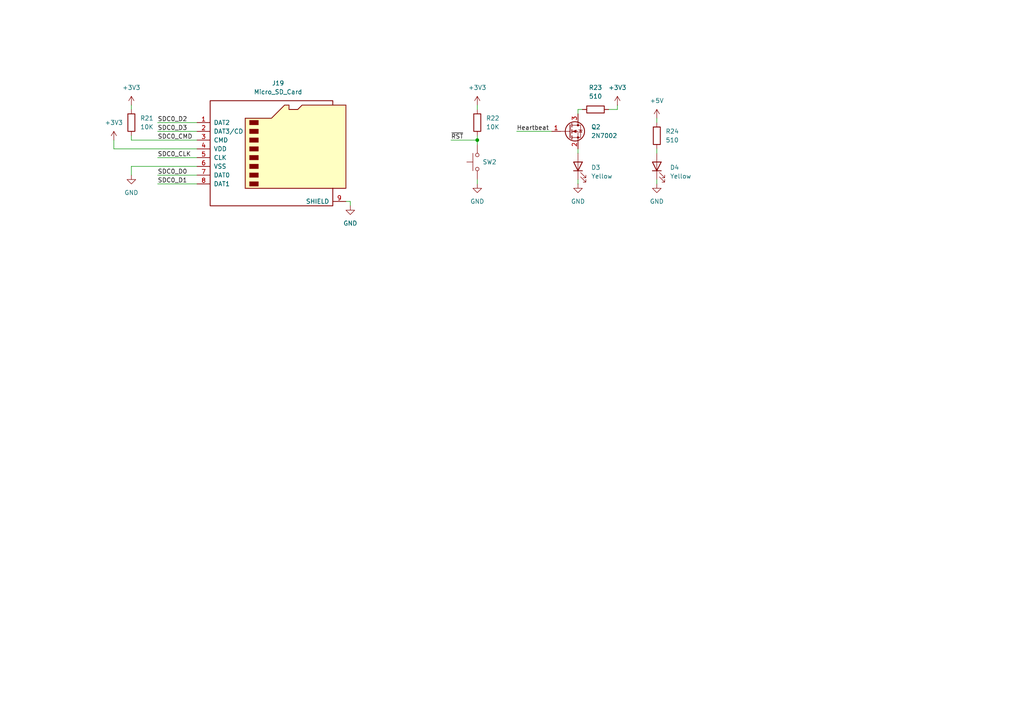
<source format=kicad_sch>
(kicad_sch (version 20231120) (generator "eeschema") (generator_version "8.0")
  (paper "A4")
  (lib_symbols
    (symbol "Connector:Micro_SD_Card" (pin_names (offset 1.016))
      (property "Reference" "J" (at -16.51 15.24 0))
      (property "Value" "Micro_SD_Card" (at 16.51 15.24 0))
      (symbol "Micro_SD_Card_0_1"
        (rectangle (start -7.62 -9.525) (end -5.08 -10.795) (fill (type outline)))
        (rectangle (start -7.62 -6.985) (end -5.08 -8.255) (fill (type outline)))
        (rectangle (start -7.62 -4.445) (end -5.08 -5.715) (fill (type outline)))
        (rectangle (start -7.62 -1.905) (end -5.08 -3.175) (fill (type outline)))
        (rectangle (start -7.62 0.635) (end -5.08 -0.635) (fill (type outline)))
        (rectangle (start -7.62 3.175) (end -5.08 1.905) (fill (type outline)))
        (rectangle (start -7.62 5.715) (end -5.08 4.445) (fill (type outline)))
        (rectangle (start -7.62 8.255) (end -5.08 6.985) (fill (type outline)))
        (polyline (pts (xy 16.51 12.7) (xy 16.51 13.97) (xy -19.05 13.97) (xy -19.05 -16.51) (xy 16.51 -16.51) (xy 16.51 -11.43)) (stroke (width 0.254)))
        (polyline (pts (xy -8.89 -11.43) (xy -8.89 8.89) (xy -1.27 8.89) (xy 2.54 12.7) (xy 3.81 12.7) (xy 3.81 11.43) (xy 6.35 11.43) (xy 7.62 12.7) (xy 20.32 12.7) (xy 20.32 -11.43) (xy -8.89 -11.43)) (stroke (width 0.254)) (fill (type background)))
      )
      (symbol "Micro_SD_Card_1_1"
        (pin bidirectional line (at -22.86 7.62 0) (length 3.81) (name "DAT2") (number "1"))
        (pin bidirectional line (at -22.86 5.08 0) (length 3.81) (name "DAT3/CD") (number "2"))
        (pin input line (at -22.86 2.54 0) (length 3.81) (name "CMD") (number "3"))
        (pin power_in line (at -22.86 0 0) (length 3.81) (name "VDD") (number "4"))
        (pin input line (at -22.86 -2.54 0) (length 3.81) (name "CLK") (number "5"))
        (pin power_in line (at -22.86 -5.08 0) (length 3.81) (name "VSS") (number "6"))
        (pin bidirectional line (at -22.86 -7.62 0) (length 3.81) (name "DAT0") (number "7"))
        (pin bidirectional line (at -22.86 -10.16 0) (length 3.81) (name "DAT1") (number "8"))
        (pin passive line (at 20.32 -15.24 180) (length 3.81) (name "SHIELD") (number "9"))
      )
    )
    (symbol "Device:LED" (pin_numbers hide) (pin_names (offset 1.016) hide)
      (property "Reference" "D" (at 0 2.54 0))
      (property "Value" "LED" (at 0 -2.54 0))
      (symbol "LED_0_1"
        (polyline (pts (xy -1.27 -1.27) (xy -1.27 1.27)) (stroke (width 0.254)))
        (polyline (pts (xy -1.27 0) (xy 1.27 0)))
        (polyline (pts (xy 1.27 -1.27) (xy 1.27 1.27) (xy -1.27 0) (xy 1.27 -1.27)) (stroke (width 0.254)))
        (polyline (pts (xy -3.048 -0.762) (xy -4.572 -2.286) (xy -3.81 -2.286) (xy -4.572 -2.286) (xy -4.572 -1.524)))
        (polyline (pts (xy -1.778 -0.762) (xy -3.302 -2.286) (xy -2.54 -2.286) (xy -3.302 -2.286) (xy -3.302 -1.524)))
      )
      (symbol "LED_1_1"
        (pin passive line (at -3.81 0 0) (length 2.54) (name "K") (number "1"))
        (pin passive line (at 3.81 0 180) (length 2.54) (name "A") (number "2"))
      )
    )
    (symbol "Device:R" (pin_numbers hide) (pin_names (offset 0))
      (property "Reference" "R" (at 2.032 0 90))
      (property "Value" "R" (at 0 0 90))
      (symbol "R_0_1"
        (rectangle (start -1.016 -2.54) (end 1.016 2.54) (stroke (width 0.254)))
      )
      (symbol "R_1_1"
        (pin passive line (at 0 3.81 270) (length 1.27) (name "~") (number "1"))
        (pin passive line (at 0 -3.81 90) (length 1.27) (name "~") (number "2"))
      )
    )
    (symbol "Switch:SW_Push" (pin_numbers hide) (pin_names (offset 1.016) hide)
      (property "Reference" "SW" (at 1.27 2.54 0))
      (property "Value" "SW_Push" (at 0 -1.524 0))
      (symbol "SW_Push_0_1"
        (circle (center -2.032 0) (radius 0.508))
        (polyline (pts (xy 0 1.27) (xy 0 3.048)))
        (polyline (pts (xy 2.54 1.27) (xy -2.54 1.27)))
        (circle (center 2.032 0) (radius 0.508))
        (pin passive line (at -5.08 0 0) (length 2.54) (name "1") (number "1"))
        (pin passive line (at 5.08 0 180) (length 2.54) (name "2") (number "2"))
      )
    )
    (symbol "Transistor_FET:2N7002" (pin_names hide)
      (property "Reference" "Q" (at 5.08 1.905 0))
      (property "Value" "2N7002" (at 5.08 0 0))
      (symbol "2N7002_0_1"
        (polyline (pts (xy 0.254 0) (xy -2.54 0)))
        (polyline (pts (xy 0.254 1.905) (xy 0.254 -1.905)) (stroke (width 0.254)))
        (polyline (pts (xy 0.762 -1.27) (xy 0.762 -2.286)) (stroke (width 0.254)))
        (polyline (pts (xy 0.762 0.508) (xy 0.762 -0.508)) (stroke (width 0.254)))
        (polyline (pts (xy 0.762 2.286) (xy 0.762 1.27)) (stroke (width 0.254)))
        (polyline (pts (xy 2.54 2.54) (xy 2.54 1.778)))
        (polyline (pts (xy 2.54 -2.54) (xy 2.54 0) (xy 0.762 0)))
        (polyline (pts (xy 0.762 -1.778) (xy 3.302 -1.778) (xy 3.302 1.778) (xy 0.762 1.778)))
        (polyline (pts (xy 1.016 0) (xy 2.032 0.381) (xy 2.032 -0.381) (xy 1.016 0)) (fill (type outline)))
        (polyline (pts (xy 2.794 0.508) (xy 2.921 0.381) (xy 3.683 0.381) (xy 3.81 0.254)))
        (polyline (pts (xy 3.302 0.381) (xy 2.921 -0.254) (xy 3.683 -0.254) (xy 3.302 0.381)))
        (circle (center 1.651 0) (radius 2.794) (stroke (width 0.254)))
        (circle (center 2.54 -1.778) (radius 0.254) (fill (type outline)))
        (circle (center 2.54 1.778) (radius 0.254) (fill (type outline)))
      )
      (symbol "2N7002_1_1"
        (pin input line (at -5.08 0 0) (length 2.54) (name "G") (number "1"))
        (pin passive line (at 2.54 -5.08 90) (length 2.54) (name "S") (number "2"))
        (pin passive line (at 2.54 5.08 270) (length 2.54) (name "D") (number "3"))
      )
    )
    (symbol "power:+3V3" (power) (pin_numbers hide) (pin_names (offset 0) hide)
      (property "Value" "+3V3" (at 0 3.556 0))
      (symbol "+3V3_0_1"
        (polyline (pts (xy -0.762 1.27) (xy 0 2.54)))
        (polyline (pts (xy 0 0) (xy 0 2.54)))
        (polyline (pts (xy 0 2.54) (xy 0.762 1.27)))
      )
      (symbol "+3V3_1_1"
        (pin power_in line (at 0 0 90) (length 0) (name "~") (number "1"))
      )
    )
    (symbol "power:+5V" (power) (pin_numbers hide) (pin_names (offset 0) hide)
      (property "Value" "+5V" (at 0 3.556 0))
      (symbol "+5V_0_1"
        (polyline (pts (xy -0.762 1.27) (xy 0 2.54)))
        (polyline (pts (xy 0 0) (xy 0 2.54)))
        (polyline (pts (xy 0 2.54) (xy 0.762 1.27)))
      )
      (symbol "+5V_1_1"
        (pin power_in line (at 0 0 90) (length 0) (name "~") (number "1"))
      )
    )
    (symbol "power:GND" (power) (pin_numbers hide) (pin_names (offset 0) hide)
      (property "Value" "GND" (at 0 -3.81 0))
      (symbol "GND_0_1"
        (polyline (pts (xy 0 0) (xy 0 -1.27) (xy 1.27 -1.27) (xy 0 -2.54) (xy -1.27 -1.27) (xy 0 -1.27)))
      )
      (symbol "GND_1_1"
        (pin power_in line (at 0 0 270) (length 0) (name "~") (number "1"))
      )
    )
  )
  (junction (at 138.43 40.64))
  (wire (pts (xy 190.5 34.29) (xy 190.5 35.56)))
  (wire (pts (xy 138.43 30.48) (xy 138.43 31.75)))
  (wire (pts (xy 38.1 39.37) (xy 38.1 40.64)))
  (wire (pts (xy 168.91 31.75) (xy 167.64 31.75)))
  (wire (pts (xy 149.86 38.1) (xy 160.02 38.1)))
  (wire (pts (xy 101.6 58.42) (xy 101.6 59.69)))
  (wire (pts (xy 45.72 45.72) (xy 57.15 45.72)))
  (wire (pts (xy 167.64 31.75) (xy 167.64 33.02)))
  (wire (pts (xy 130.81 40.64) (xy 138.43 40.64)))
  (wire (pts (xy 45.72 50.8) (xy 57.15 50.8)))
  (wire (pts (xy 45.72 38.1) (xy 57.15 38.1)))
  (wire (pts (xy 190.5 43.18) (xy 190.5 44.45)))
  (wire (pts (xy 179.07 30.48) (xy 179.07 31.75)))
  (wire (pts (xy 57.15 48.26) (xy 38.1 48.26)))
  (wire (pts (xy 45.72 53.34) (xy 57.15 53.34)))
  (wire (pts (xy 138.43 40.64) (xy 138.43 41.91)))
  (wire (pts (xy 138.43 52.07) (xy 138.43 53.34)))
  (wire (pts (xy 190.5 52.07) (xy 190.5 53.34)))
  (wire (pts (xy 38.1 30.48) (xy 38.1 31.75)))
  (wire (pts (xy 45.72 35.56) (xy 57.15 35.56)))
  (wire (pts (xy 38.1 48.26) (xy 38.1 50.8)))
  (wire (pts (xy 33.02 40.64) (xy 33.02 43.18)))
  (wire (pts (xy 57.15 43.18) (xy 33.02 43.18)))
  (wire (pts (xy 167.64 43.18) (xy 167.64 44.45)))
  (wire (pts (xy 176.53 31.75) (xy 179.07 31.75)))
  (wire (pts (xy 167.64 52.07) (xy 167.64 53.34)))
  (wire (pts (xy 38.1 40.64) (xy 57.15 40.64)))
  (wire (pts (xy 100.33 58.42) (xy 101.6 58.42)))
  (wire (pts (xy 138.43 39.37) (xy 138.43 40.64)))
  (label "SDC0_CMD" (at 45.72 40.64 0))
  (label "~{RST}" (at 130.81 40.64 0))
  (label "SDC0_D0" (at 45.72 50.8 0))
  (label "Heartbeat" (at 149.86 38.1 0))
  (label "SDC0_D2" (at 45.72 35.56 0))
  (label "SDC0_CLK" (at 45.72 45.72 0))
  (label "SDC0_D1" (at 45.72 53.34 0))
  (label "SDC0_D3" (at 45.72 38.1 0))
  (symbol (lib_id "power:GND") (at 167.64 53.34 0) (unit 1)
    (property "Reference" "#PWR088" (effects (hide yes)))
    (property "Value" "GND" (at 167.64 58.42 0))
    (property "Description" "Power symbol creates a global label with name \"GND\" , ground" (effects (hide yes)))
  )
  (symbol (lib_id "Connector:Micro_SD_Card") (at 80.01 43.18 0) (unit 1)
    (property "Reference" "J19" (at 80.645 24.13 0))
    (property "Value" "Micro_SD_Card" (at 80.645 26.67 0))
    (property "Footprint" "Connector_Card:microSD_HC_Molex_104031-0811" (effects (hide yes)))
    (property "Datasheet" "https://wmsc.lcsc.com/wmsc/upload/file/pdf/v2/lcsc/2011171806_MOLEX-1040310811_C585350.pdf" (effects (hide yes)))
    (property "Description" "Micro SD Card Socket" (effects (hide yes)))
    (property "LCSC" "C585350" (effects (hide yes)))
  )
  (symbol (lib_id "Device:R") (at 190.5 39.37 0) (unit 1)
    (property "Reference" "R24" (at 193.04 38.0999 0) (effects (justify left)))
    (property "Value" "510" (at 193.04 40.6399 0) (effects (justify left)))
    (property "Footprint" "Resistor_SMD:R_0603_1608Metric" (effects (hide yes)))
    (property "Datasheet" "https://wmsc.lcsc.com/wmsc/upload/file/pdf/v2/lcsc/2206010116_UNI-ROYAL-Uniroyal-Elec-0603WAF5601T5E_C23189.pdf" (effects (hide yes)))
    (property "Description" "Resistor" (effects (hide yes)))
    (property "LCSC" "C23193" (effects (hide yes)))
  )
  (symbol (lib_id "power:+3V3") (at 38.1 30.48 0) (unit 1)
    (property "Reference" "#PWR083" (effects (hide yes)))
    (property "Value" "+3V3" (at 38.1 25.4 0))
    (property "Description" "Power symbol creates a global label with name \"+3V3\"" (effects (hide yes)))
  )
  (symbol (lib_id "Device:R") (at 138.43 35.56 0) (unit 1)
    (property "Reference" "R22" (at 140.97 34.2899 0) (effects (justify left)))
    (property "Value" "10K" (at 140.97 36.8299 0) (effects (justify left)))
    (property "Footprint" "Resistor_SMD:R_0603_1608Metric" (effects (hide yes)))
    (property "Datasheet" "https://wmsc.lcsc.com/wmsc/upload/file/pdf/v2/lcsc/2206010045_UNI-ROYAL-Uniroyal-Elec-0603WAF1002T5E_C25804.pdf" (effects (hide yes)))
    (property "Description" "Resistor" (effects (hide yes)))
    (property "LCSC" "C25804" (effects (hide yes)))
  )
  (symbol (lib_id "Device:R") (at 38.1 35.56 0) (unit 1)
    (property "Reference" "R21" (at 40.64 34.2899 0) (effects (justify left)))
    (property "Value" "10K" (at 40.64 36.8299 0) (effects (justify left)))
    (property "Footprint" "Resistor_SMD:R_0603_1608Metric" (effects (hide yes)))
    (property "Datasheet" "https://wmsc.lcsc.com/wmsc/upload/file/pdf/v2/lcsc/2206010045_UNI-ROYAL-Uniroyal-Elec-0603WAF1002T5E_C25804.pdf" (effects (hide yes)))
    (property "Description" "Resistor" (effects (hide yes)))
    (property "LCSC" "C25804" (effects (hide yes)))
  )
  (symbol (lib_id "power:+3V3") (at 33.02 40.64 0) (unit 1)
    (property "Reference" "#PWR082" (effects (hide yes)))
    (property "Value" "+3V3" (at 33.02 35.56 0))
    (property "Description" "Power symbol creates a global label with name \"+3V3\"" (effects (hide yes)))
  )
  (symbol (lib_id "power:GND") (at 101.6 59.69 0) (unit 1)
    (property "Reference" "#PWR085" (effects (hide yes)))
    (property "Value" "GND" (at 101.6 64.77 0))
    (property "Description" "Power symbol creates a global label with name \"GND\" , ground" (effects (hide yes)))
  )
  (symbol (lib_id "power:GND") (at 190.5 53.34 0) (unit 1)
    (property "Reference" "#PWR091" (effects (hide yes)))
    (property "Value" "GND" (at 190.5 58.42 0))
    (property "Description" "Power symbol creates a global label with name \"GND\" , ground" (effects (hide yes)))
  )
  (symbol (lib_id "power:GND") (at 138.43 53.34 0) (unit 1)
    (property "Reference" "#PWR087" (effects (hide yes)))
    (property "Value" "GND" (at 138.43 58.42 0))
    (property "Description" "Power symbol creates a global label with name \"GND\" , ground" (effects (hide yes)))
  )
  (symbol (lib_id "Transistor_FET:2N7002") (at 165.1 38.1 0) (unit 1)
    (property "Reference" "Q2" (at 171.45 36.8299 0) (effects (justify left)))
    (property "Value" "2N7002" (at 171.45 39.3699 0) (effects (justify left)))
    (property "Footprint" "Package_TO_SOT_SMD:SOT-23" (effects (hide yes)))
    (property "Datasheet" "https://wmsc.lcsc.com/wmsc/upload/file/pdf/v2/lcsc/2304140030_Jiangsu-Changjing-Electronics-Technology-Co---Ltd--2N7002_C8545.pdf" (effects (hide yes)))
    (property "Description" "0.115A Id, 60V Vds, N-Channel MOSFET, SOT-23" (effects (hide yes)))
    (property "LCSC" "C8545" (effects (hide yes)))
  )
  (symbol (lib_id "power:GND") (at 38.1 50.8 0) (unit 1)
    (property "Reference" "#PWR084" (effects (hide yes)))
    (property "Value" "GND" (at 38.1 55.88 0))
    (property "Description" "Power symbol creates a global label with name \"GND\" , ground" (effects (hide yes)))
  )
  (symbol (lib_id "Device:LED") (at 167.64 48.26 90) (unit 1)
    (property "Reference" "D3" (at 171.45 48.5774 90) (effects (justify right)))
    (property "Value" "Yellow" (at 171.45 51.1174 90) (effects (justify right)))
    (property "Footprint" "LED_SMD:LED_0603_1608Metric" (effects (hide yes)))
    (property "Datasheet" "https://wmsc.lcsc.com/wmsc/upload/file/pdf/v2/lcsc/1810101813_Everlight-Elec-19-213-Y2C-CQ2R2L-3T-CY_C72038.pdf" (effects (hide yes)))
    (property "Description" "Light emitting diode" (effects (hide yes)))
    (property "LCSC" "C72038" (effects (hide yes)))
  )
  (symbol (lib_id "Device:R") (at 172.72 31.75 90) (unit 1)
    (property "Reference" "R23" (at 172.72 25.4 90))
    (property "Value" "510" (at 172.72 27.94 90))
    (property "Footprint" "Resistor_SMD:R_0603_1608Metric" (effects (hide yes)))
    (property "Datasheet" "https://wmsc.lcsc.com/wmsc/upload/file/pdf/v2/lcsc/2206010116_UNI-ROYAL-Uniroyal-Elec-0603WAF5601T5E_C23189.pdf" (effects (hide yes)))
    (property "Description" "Resistor" (effects (hide yes)))
    (property "LCSC" "C23193" (effects (hide yes)))
  )
  (symbol (lib_id "power:+5V") (at 190.5 34.29 0) (unit 1)
    (property "Reference" "#PWR090" (effects (hide yes)))
    (property "Value" "+5V" (at 190.5 29.21 0))
    (property "Description" "Power symbol creates a global label with name \"+5V\"" (effects (hide yes)))
  )
  (symbol (lib_id "Switch:SW_Push") (at 138.43 46.99 90) (unit 1)
    (property "Reference" "SW2" (at 139.954 46.99 90) (effects (justify right)))
    (property "Value" "SW_Push" (effects (hide yes)))
    (property "Footprint" "Button_Switch_SMD:SW_Push_1P1T_XKB_TS-1187A" (effects (hide yes)))
    (property "Datasheet" "https://wmsc.lcsc.com/wmsc/upload/file/pdf/v2/lcsc/2304140030_XKB-Connectivity-TS-1187A-B-A-B_C318884.pdf" (effects (hide yes)))
    (property "Description" "Push button switch, generic, two pins" (effects (hide yes)))
    (property "LCSC" "C318884" (effects (hide yes)))
  )
  (symbol (lib_id "power:+3V3") (at 138.43 30.48 0) (unit 1)
    (property "Reference" "#PWR086" (effects (hide yes)))
    (property "Value" "+3V3" (at 138.43 25.4 0))
    (property "Description" "Power symbol creates a global label with name \"+3V3\"" (effects (hide yes)))
  )
  (symbol (lib_id "Device:LED") (at 190.5 48.26 90) (unit 1)
    (property "Reference" "D4" (at 194.31 48.5774 90) (effects (justify right)))
    (property "Value" "Yellow" (at 194.31 51.1174 90) (effects (justify right)))
    (property "Footprint" "LED_SMD:LED_0603_1608Metric" (effects (hide yes)))
    (property "Datasheet" "https://wmsc.lcsc.com/wmsc/upload/file/pdf/v2/lcsc/1810101813_Everlight-Elec-19-213-Y2C-CQ2R2L-3T-CY_C72038.pdf" (effects (hide yes)))
    (property "Description" "Light emitting diode" (effects (hide yes)))
    (property "LCSC" "C72038" (effects (hide yes)))
  )
  (symbol (lib_id "power:+3V3") (at 179.07 30.48 0) (unit 1)
    (property "Reference" "#PWR089" (effects (hide yes)))
    (property "Value" "+3V3" (at 179.07 25.4 0))
    (property "Description" "Power symbol creates a global label with name \"+3V3\"" (effects (hide yes)))
  )
)
</source>
